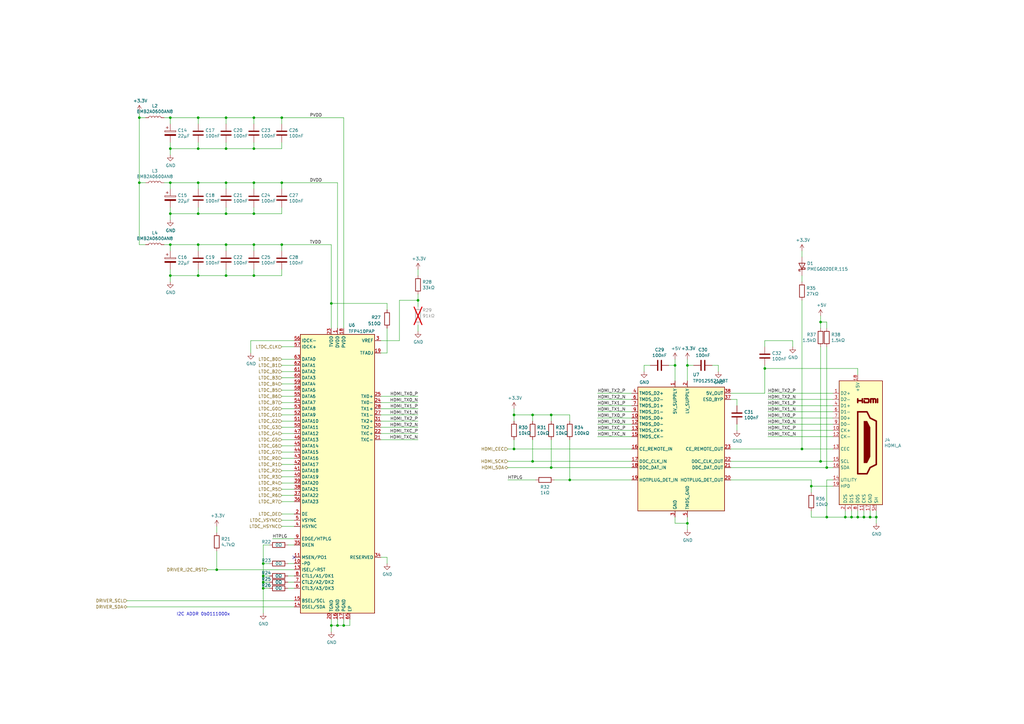
<source format=kicad_sch>
(kicad_sch (version 20230121) (generator eeschema)
  (paper "A3")
  (junction (at 107.95 236.22))
  (junction (at 81.28 87.63))
  (junction (at 218.44 189.23))
  (junction (at 92.71 60.96))
  (junction (at 69.85 113.03))
  (junction (at 226.06 191.77))
  (junction (at 81.28 60.96))
  (junction (at 107.95 238.76))
  (junction (at 135.89 256.54))
  (junction (at 104.14 74.93))
  (junction (at 354.33 212.09))
  (junction (at 339.09 191.77))
  (junction (at 115.57 48.26))
  (junction (at 88.9 233.68))
  (junction (at 107.95 231.14))
  (junction (at 92.71 48.26))
  (junction (at 276.86 149.86))
  (junction (at 171.45 123.19))
  (junction (at 115.57 74.93))
  (junction (at 336.55 132.08))
  (junction (at 210.82 170.18))
  (junction (at 138.43 256.54))
  (junction (at 104.14 113.03))
  (junction (at 281.94 214.63))
  (junction (at 69.85 74.93))
  (junction (at 339.09 212.09))
  (junction (at 336.55 189.23))
  (junction (at 313.69 151.13))
  (junction (at 92.71 87.63))
  (junction (at 69.85 87.63))
  (junction (at 81.28 48.26))
  (junction (at 57.15 74.93))
  (junction (at 104.14 100.33))
  (junction (at 92.71 74.93))
  (junction (at 351.79 212.09))
  (junction (at 69.85 48.26))
  (junction (at 115.57 100.33))
  (junction (at 57.15 48.26))
  (junction (at 92.71 113.03))
  (junction (at 349.25 212.09))
  (junction (at 359.41 212.09))
  (junction (at 210.82 184.15))
  (junction (at 69.85 60.96))
  (junction (at 218.44 170.18))
  (junction (at 281.94 149.86))
  (junction (at 332.74 199.39))
  (junction (at 135.89 124.46))
  (junction (at 81.28 74.93))
  (junction (at 328.93 184.15))
  (junction (at 104.14 60.96))
  (junction (at 92.71 100.33))
  (junction (at 81.28 113.03))
  (junction (at 346.71 212.09))
  (junction (at 356.87 212.09))
  (junction (at 226.06 170.18))
  (junction (at 69.85 100.33))
  (junction (at 104.14 48.26))
  (junction (at 104.14 87.63))
  (junction (at 233.68 196.85))
  (junction (at 81.28 100.33))
  (junction (at 107.95 241.3))
  (junction (at 140.97 256.54))
  (no_connect (at 120.65 228.6))
  (wire (pts (xy 115.57 60.96) (xy 115.57 58.42)))
  (wire (pts (xy 88.9 233.68) (xy 120.65 233.68)))
  (wire (pts (xy 81.28 100.33) (xy 92.71 100.33)))
  (wire (pts (xy 233.68 196.85) (xy 233.68 180.34)))
  (wire (pts (xy 81.28 113.03) (xy 92.71 113.03)))
  (wire (pts (xy 118.11 238.76) (xy 120.65 238.76)))
  (wire (pts (xy 92.71 50.8) (xy 92.71 48.26)))
  (wire (pts (xy 52.07 248.92) (xy 120.65 248.92)))
  (wire (pts (xy 67.31 48.26) (xy 69.85 48.26)))
  (wire (pts (xy 115.57 48.26) (xy 115.57 50.8)))
  (wire (pts (xy 110.49 231.14) (xy 107.95 231.14)))
  (wire (pts (xy 102.87 144.78) (xy 102.87 139.7)))
  (wire (pts (xy 354.33 212.09) (xy 354.33 209.55)))
  (wire (pts (xy 284.48 149.86) (xy 281.94 149.86)))
  (wire (pts (xy 107.95 251.46) (xy 107.95 241.3)))
  (wire (pts (xy 349.25 212.09) (xy 351.79 212.09)))
  (wire (pts (xy 81.28 100.33) (xy 81.28 102.87)))
  (wire (pts (xy 69.85 48.26) (xy 81.28 48.26)))
  (wire (pts (xy 115.57 147.32) (xy 120.65 147.32)))
  (wire (pts (xy 104.14 -11.43) (xy 97.79 -11.43)))
  (wire (pts (xy 81.28 60.96) (xy 92.71 60.96)))
  (wire (pts (xy 328.93 105.41) (xy 328.93 102.87)))
  (wire (pts (xy 115.57 198.12) (xy 120.65 198.12)))
  (wire (pts (xy 276.86 149.86) (xy 276.86 156.21)))
  (wire (pts (xy 245.11 163.83) (xy 259.08 163.83)))
  (wire (pts (xy 104.14 87.63) (xy 115.57 87.63)))
  (wire (pts (xy 336.55 189.23) (xy 299.72 189.23)))
  (wire (pts (xy 158.75 228.6) (xy 158.75 231.14)))
  (wire (pts (xy 171.45 123.19) (xy 171.45 120.65)))
  (wire (pts (xy 57.15 48.26) (xy 59.69 48.26)))
  (wire (pts (xy 115.57 74.93) (xy 115.57 77.47)))
  (wire (pts (xy 218.44 170.18) (xy 210.82 170.18)))
  (wire (pts (xy 276.86 147.32) (xy 276.86 149.86)))
  (wire (pts (xy 57.15 74.93) (xy 57.15 48.26)))
  (wire (pts (xy 332.74 212.09) (xy 339.09 212.09)))
  (wire (pts (xy 81.28 48.26) (xy 81.28 50.8)))
  (wire (pts (xy 156.21 144.78) (xy 158.75 144.78)))
  (wire (pts (xy 81.28 74.93) (xy 81.28 77.47)))
  (wire (pts (xy 107.95 241.3) (xy 107.95 238.76)))
  (wire (pts (xy 69.85 100.33) (xy 81.28 100.33)))
  (wire (pts (xy 111.76 220.98) (xy 120.65 220.98)))
  (wire (pts (xy 92.71 87.63) (xy 104.14 87.63)))
  (wire (pts (xy 69.85 87.63) (xy 81.28 87.63)))
  (wire (pts (xy 138.43 74.93) (xy 138.43 134.62)))
  (wire (pts (xy 332.74 199.39) (xy 332.74 201.93)))
  (wire (pts (xy 227.33 196.85) (xy 233.68 196.85)))
  (wire (pts (xy 135.89 256.54) (xy 135.89 259.08)))
  (wire (pts (xy 107.95 231.14) (xy 107.95 223.52)))
  (wire (pts (xy 158.75 127) (xy 158.75 124.46)))
  (wire (pts (xy 120.65 241.3) (xy 118.11 241.3)))
  (wire (pts (xy 264.16 149.86) (xy 264.16 152.4)))
  (wire (pts (xy 245.11 168.91) (xy 259.08 168.91)))
  (wire (pts (xy 69.85 77.47) (xy 69.85 74.93)))
  (wire (pts (xy 92.71 102.87) (xy 92.71 100.33)))
  (wire (pts (xy 314.96 173.99) (xy 341.63 173.99)))
  (wire (pts (xy 107.95 236.22) (xy 107.95 231.14)))
  (wire (pts (xy 171.45 125.73) (xy 171.45 123.19)))
  (wire (pts (xy 341.63 189.23) (xy 336.55 189.23)))
  (wire (pts (xy 92.71 74.93) (xy 104.14 74.93)))
  (wire (pts (xy 339.09 191.77) (xy 341.63 191.77)))
  (wire (pts (xy 328.93 184.15) (xy 341.63 184.15)))
  (wire (pts (xy 104.14 102.87) (xy 104.14 100.33)))
  (wire (pts (xy 124.46 -11.43) (xy 118.11 -11.43)))
  (wire (pts (xy 163.83 139.7) (xy 156.21 139.7)))
  (wire (pts (xy 339.09 196.85) (xy 339.09 212.09)))
  (wire (pts (xy 210.82 170.18) (xy 210.82 167.64)))
  (wire (pts (xy 276.86 212.09) (xy 276.86 214.63)))
  (wire (pts (xy 314.96 179.07) (xy 341.63 179.07)))
  (wire (pts (xy 115.57 185.42) (xy 120.65 185.42)))
  (wire (pts (xy 140.97 48.26) (xy 115.57 48.26)))
  (wire (pts (xy 67.31 74.93) (xy 69.85 74.93)))
  (wire (pts (xy 336.55 134.62) (xy 336.55 132.08)))
  (wire (pts (xy 81.28 87.63) (xy 92.71 87.63)))
  (wire (pts (xy 351.79 209.55) (xy 351.79 212.09)))
  (wire (pts (xy 341.63 199.39) (xy 332.74 199.39)))
  (wire (pts (xy 135.89 100.33) (xy 115.57 100.33)))
  (wire (pts (xy 138.43 256.54) (xy 140.97 256.54)))
  (wire (pts (xy 292.1 149.86) (xy 294.64 149.86)))
  (wire (pts (xy 218.44 189.23) (xy 218.44 180.34)))
  (wire (pts (xy 140.97 254) (xy 140.97 256.54)))
  (wire (pts (xy 156.21 170.18) (xy 171.45 170.18)))
  (wire (pts (xy 336.55 132.08) (xy 339.09 132.08)))
  (wire (pts (xy 115.57 74.93) (xy 138.43 74.93)))
  (wire (pts (xy 336.55 142.24) (xy 336.55 189.23)))
  (wire (pts (xy 104.14 100.33) (xy 115.57 100.33)))
  (wire (pts (xy 245.11 173.99) (xy 259.08 173.99)))
  (wire (pts (xy 233.68 172.72) (xy 233.68 170.18)))
  (wire (pts (xy 313.69 139.7) (xy 325.12 139.7)))
  (wire (pts (xy 140.97 256.54) (xy 143.51 256.54)))
  (wire (pts (xy 266.7 149.86) (xy 264.16 149.86)))
  (wire (pts (xy 359.41 212.09) (xy 359.41 214.63)))
  (wire (pts (xy 92.71 113.03) (xy 104.14 113.03)))
  (wire (pts (xy 274.32 149.86) (xy 276.86 149.86)))
  (wire (pts (xy 314.96 161.29) (xy 341.63 161.29)))
  (wire (pts (xy 138.43 -15.24) (xy 138.43 -11.43)))
  (wire (pts (xy 92.71 87.63) (xy 92.71 85.09)))
  (wire (pts (xy 118.11 -15.24) (xy 118.11 -11.43)))
  (wire (pts (xy 332.74 196.85) (xy 332.74 199.39)))
  (wire (pts (xy 115.57 162.56) (xy 120.65 162.56)))
  (wire (pts (xy 115.57 187.96) (xy 120.65 187.96)))
  (wire (pts (xy 328.93 123.19) (xy 328.93 184.15)))
  (wire (pts (xy 88.9 218.44) (xy 88.9 215.9)))
  (wire (pts (xy 314.96 163.83) (xy 341.63 163.83)))
  (wire (pts (xy 339.09 212.09) (xy 346.71 212.09)))
  (wire (pts (xy 233.68 170.18) (xy 226.06 170.18)))
  (wire (pts (xy 354.33 212.09) (xy 356.87 212.09)))
  (wire (pts (xy 115.57 152.4) (xy 120.65 152.4)))
  (wire (pts (xy 120.65 236.22) (xy 118.11 236.22)))
  (wire (pts (xy 218.44 172.72) (xy 218.44 170.18)))
  (wire (pts (xy 158.75 124.46) (xy 135.89 124.46)))
  (wire (pts (xy 359.41 212.09) (xy 359.41 209.55)))
  (wire (pts (xy 336.55 132.08) (xy 336.55 129.54)))
  (wire (pts (xy 140.97 134.62) (xy 140.97 48.26)))
  (wire (pts (xy 115.57 213.36) (xy 120.65 213.36)))
  (wire (pts (xy 294.64 149.86) (xy 294.64 152.4)))
  (wire (pts (xy 346.71 209.55) (xy 346.71 212.09)))
  (wire (pts (xy 210.82 184.15) (xy 259.08 184.15)))
  (wire (pts (xy 107.95 238.76) (xy 107.95 236.22)))
  (wire (pts (xy 313.69 142.24) (xy 313.69 139.7)))
  (wire (pts (xy 104.14 50.8) (xy 104.14 48.26)))
  (wire (pts (xy 104.14 87.63) (xy 104.14 85.09)))
  (wire (pts (xy 69.85 74.93) (xy 81.28 74.93)))
  (wire (pts (xy 115.57 193.04) (xy 120.65 193.04)))
  (wire (pts (xy 107.95 223.52) (xy 110.49 223.52)))
  (wire (pts (xy 245.11 176.53) (xy 259.08 176.53)))
  (wire (pts (xy 110.49 238.76) (xy 107.95 238.76)))
  (wire (pts (xy 115.57 203.2) (xy 120.65 203.2)))
  (wire (pts (xy 115.57 190.5) (xy 120.65 190.5)))
  (wire (pts (xy 226.06 191.77) (xy 208.28 191.77)))
  (wire (pts (xy 115.57 172.72) (xy 120.65 172.72)))
  (wire (pts (xy 69.85 60.96) (xy 69.85 63.5)))
  (wire (pts (xy 115.57 100.33) (xy 115.57 102.87)))
  (wire (pts (xy 135.89 256.54) (xy 138.43 256.54)))
  (wire (pts (xy 115.57 157.48) (xy 120.65 157.48)))
  (wire (pts (xy 57.15 100.33) (xy 57.15 74.93)))
  (wire (pts (xy 81.28 74.93) (xy 92.71 74.93)))
  (wire (pts (xy 314.96 168.91) (xy 341.63 168.91)))
  (wire (pts (xy 59.69 100.33) (xy 57.15 100.33)))
  (wire (pts (xy 328.93 184.15) (xy 299.72 184.15)))
  (wire (pts (xy 299.72 191.77) (xy 339.09 191.77)))
  (wire (pts (xy 171.45 123.19) (xy 163.83 123.19)))
  (wire (pts (xy 156.21 172.72) (xy 171.45 172.72)))
  (wire (pts (xy 245.11 166.37) (xy 259.08 166.37)))
  (wire (pts (xy 171.45 113.03) (xy 171.45 110.49)))
  (wire (pts (xy 104.14 113.03) (xy 115.57 113.03)))
  (wire (pts (xy 351.79 212.09) (xy 354.33 212.09)))
  (wire (pts (xy 52.07 246.38) (xy 120.65 246.38)))
  (wire (pts (xy 69.85 87.63) (xy 69.85 90.17)))
  (wire (pts (xy 118.11 231.14) (xy 120.65 231.14)))
  (wire (pts (xy 313.69 161.29) (xy 299.72 161.29)))
  (wire (pts (xy 226.06 191.77) (xy 259.08 191.77)))
  (wire (pts (xy 104.14 113.03) (xy 104.14 110.49)))
  (wire (pts (xy 115.57 87.63) (xy 115.57 85.09)))
  (wire (pts (xy 281.94 149.86) (xy 281.94 156.21)))
  (wire (pts (xy 210.82 184.15) (xy 208.28 184.15)))
  (wire (pts (xy 341.63 196.85) (xy 339.09 196.85)))
  (wire (pts (xy 69.85 50.8) (xy 69.85 48.26)))
  (wire (pts (xy 97.79 -15.24) (xy 97.79 -11.43)))
  (wire (pts (xy 259.08 196.85) (xy 233.68 196.85)))
  (wire (pts (xy 346.71 212.09) (xy 349.25 212.09)))
  (wire (pts (xy 69.85 110.49) (xy 69.85 113.03)))
  (wire (pts (xy 138.43 254) (xy 138.43 256.54)))
  (wire (pts (xy 156.21 167.64) (xy 171.45 167.64)))
  (wire (pts (xy 143.51 256.54) (xy 143.51 254)))
  (wire (pts (xy 135.89 124.46) (xy 135.89 100.33)))
  (wire (pts (xy 144.78 -11.43) (xy 138.43 -11.43)))
  (wire (pts (xy 208.28 189.23) (xy 218.44 189.23)))
  (wire (pts (xy 88.9 226.06) (xy 88.9 233.68)))
  (wire (pts (xy 314.96 166.37) (xy 341.63 166.37)))
  (wire (pts (xy 156.21 165.1) (xy 171.45 165.1)))
  (wire (pts (xy 115.57 154.94) (xy 120.65 154.94)))
  (wire (pts (xy 115.57 175.26) (xy 120.65 175.26)))
  (wire (pts (xy 156.21 180.34) (xy 171.45 180.34)))
  (wire (pts (xy 115.57 165.1) (xy 120.65 165.1)))
  (wire (pts (xy 67.31 100.33) (xy 69.85 100.33)))
  (wire (pts (xy 88.9 233.68) (xy 85.09 233.68)))
  (wire (pts (xy 81.28 85.09) (xy 81.28 87.63)))
  (wire (pts (xy 299.72 163.83) (xy 302.26 163.83)))
  (wire (pts (xy 115.57 210.82) (xy 120.65 210.82)))
  (wire (pts (xy 135.89 254) (xy 135.89 256.54)))
  (wire (pts (xy 156.21 162.56) (xy 171.45 162.56)))
  (wire (pts (xy 57.15 74.93) (xy 59.69 74.93)))
  (wire (pts (xy 115.57 170.18) (xy 120.65 170.18)))
  (wire (pts (xy 313.69 151.13) (xy 351.79 151.13)))
  (wire (pts (xy 339.09 132.08) (xy 339.09 134.62)))
  (wire (pts (xy 92.71 100.33) (xy 104.14 100.33)))
  (wire (pts (xy 219.71 196.85) (xy 208.28 196.85)))
  (wire (pts (xy 92.71 77.47) (xy 92.71 74.93)))
  (wire (pts (xy 92.71 48.26) (xy 104.14 48.26)))
  (wire (pts (xy 259.08 189.23) (xy 218.44 189.23)))
  (wire (pts (xy 81.28 58.42) (xy 81.28 60.96)))
  (wire (pts (xy 120.65 215.9) (xy 115.57 215.9)))
  (wire (pts (xy 171.45 133.35) (xy 171.45 135.89)))
  (wire (pts (xy 69.85 113.03) (xy 81.28 113.03)))
  (wire (pts (xy 118.11 223.52) (xy 120.65 223.52)))
  (wire (pts (xy 57.15 48.26) (xy 57.15 45.72)))
  (wire (pts (xy 313.69 149.86) (xy 313.69 151.13)))
  (wire (pts (xy 115.57 167.64) (xy 120.65 167.64)))
  (wire (pts (xy 69.85 85.09) (xy 69.85 87.63)))
  (wire (pts (xy 81.28 110.49) (xy 81.28 113.03)))
  (wire (pts (xy 69.85 102.87) (xy 69.85 100.33)))
  (wire (pts (xy 281.94 214.63) (xy 281.94 217.17)))
  (wire (pts (xy 104.14 60.96) (xy 115.57 60.96)))
  (wire (pts (xy 245.11 171.45) (xy 259.08 171.45)))
  (wire (pts (xy 110.49 241.3) (xy 107.95 241.3)))
  (wire (pts (xy 210.82 170.18) (xy 210.82 172.72)))
  (wire (pts (xy 299.72 196.85) (xy 332.74 196.85)))
  (wire (pts (xy 115.57 113.03) (xy 115.57 110.49)))
  (wire (pts (xy 356.87 209.55) (xy 356.87 212.09)))
  (wire (pts (xy 104.14 77.47) (xy 104.14 74.93)))
  (wire (pts (xy 115.57 182.88) (xy 120.65 182.88)))
  (wire (pts (xy 302.26 163.83) (xy 302.26 166.37)))
  (wire (pts (xy 81.28 48.26) (xy 92.71 48.26)))
  (wire (pts (xy 115.57 205.74) (xy 120.65 205.74)))
  (wire (pts (xy 156.21 175.26) (xy 171.45 175.26)))
  (wire (pts (xy 314.96 176.53) (xy 341.63 176.53)))
  (wire (pts (xy 314.96 171.45) (xy 341.63 171.45)))
  (wire (pts (xy 156.21 228.6) (xy 158.75 228.6)))
  (wire (pts (xy 135.89 134.62) (xy 135.89 124.46)))
  (wire (pts (xy 226.06 180.34) (xy 226.06 191.77)))
  (wire (pts (xy 104.14 60.96) (xy 104.14 58.42)))
  (wire (pts (xy 339.09 191.77) (xy 339.09 142.24)))
  (wire (pts (xy 69.85 113.03) (xy 69.85 115.57)))
  (wire (pts (xy 276.86 214.63) (xy 281.94 214.63)))
  (wire (pts (xy 115.57 149.86) (xy 120.65 149.86)))
  (wire (pts (xy 332.74 209.55) (xy 332.74 212.09)))
  (wire (pts (xy 69.85 58.42) (xy 69.85 60.96)))
  (wire (pts (xy 115.57 180.34) (xy 120.65 180.34)))
  (wire (pts (xy 92.71 60.96) (xy 104.14 60.96)))
  (wire (pts (xy 210.82 180.34) (xy 210.82 184.15)))
  (wire (pts (xy 281.94 149.86) (xy 281.94 147.32)))
  (wire (pts (xy 245.11 161.29) (xy 259.08 161.29)))
  (wire (pts (xy 163.83 123.19) (xy 163.83 139.7)))
  (wire (pts (xy 356.87 212.09) (xy 359.41 212.09)))
  (wire (pts (xy 69.85 60.96) (xy 81.28 60.96)))
  (wire (pts (xy 115.57 177.8) (xy 120.65 177.8)))
  (wire (pts (xy 302.26 173.99) (xy 302.26 176.53)))
  (wire (pts (xy 156.21 177.8) (xy 171.45 177.8)))
  (wire (pts (xy 115.57 200.66) (xy 120.65 200.66)))
  (wire (pts (xy 349.25 212.09) (xy 349.25 209.55)))
  (wire (pts (xy 245.11 179.07) (xy 259.08 179.07)))
  (wire (pts (xy 115.57 195.58) (xy 120.65 195.58)))
  (wire (pts (xy 158.75 144.78) (xy 158.75 134.62)))
  (wire (pts (xy 325.12 139.7) (xy 325.12 142.24)))
  (wire (pts (xy 92.71 113.03) (xy 92.71 110.49)))
  (wire (pts (xy 313.69 151.13) (xy 313.69 161.29)))
  (wire (pts (xy 226.06 172.72) (xy 226.06 170.18)))
  (wire (pts (xy 328.93 115.57) (xy 328.93 113.03)))
  (wire (pts (xy 115.57 160.02) (xy 120.65 160.02)))
  (wire (pts (xy 351.79 151.13) (xy 351.79 153.67)))
  (wire (pts (xy 226.06 170.18) (xy 218.44 170.18)))
  (wire (pts (xy 281.94 214.63) (xy 281.94 212.09)))
  (wire (pts (xy 104.14 74.93) (xy 115.57 74.93)))
  (wire (pts (xy 102.87 139.7) (xy 120.65 139.7)))
  (wire (pts (xy 110.49 236.22) (xy 107.95 236.22)))
  (wire (pts (xy 104.14 48.26) (xy 115.57 48.26)))
  (wire (pts (xy 92.71 60.96) (xy 92.71 58.42)))
  (wire (pts (xy 120.65 142.24) (xy 115.57 142.24)))
  (text "I2C ADDR 0b0111000x" (at 72.39 252.73 0) (effects (font (size 1.27 1.27)) (justify left bottom)))
  (label "HDMI_TX2_P" (at 171.45 172.72 180))
  (label "HDMI_TX2_P" (at 314.96 161.29 0))
  (label "HDMI_TX2_N" (at 314.96 163.83 0))
  (label "HDMI_TX1_P" (at 314.96 166.37 0))
  (label "DVDD" (at 144.78 -11.43 180))
  (label "TVDD" (at 104.14 -11.43 180))
  (label "DVDD" (at 127 74.93 0))
  (label "HDMI_TX2_N" (at 245.11 163.83 0))
  (label "HDMI_TXC_P" (at 314.96 176.53 0))
  (label "HDMI_TX1_N" (at 245.11 168.91 0))
  (label "HDMI_TX0_P" (at 314.96 171.45 0))
  (label "HDMI_TX2_P" (at 245.11 161.29 0))
  (label "HDMI_TX1_N" (at 314.96 168.91 0))
  (label "HDMI_TX0_P" (at 171.45 162.56 180))
  (label "PVDD" (at 124.46 -11.43 180))
  (label "HDMI_TXC_N" (at 245.11 179.07 0))
  (label "HDMI_TXC_N" (at 171.45 180.34 180))
  (label "HDMI_TX1_P" (at 245.11 166.37 0))
  (label "HTPLG" (at 208.28 196.85 0))
  (label "HDMI_TX0_N" (at 314.96 173.99 0))
  (label "HDMI_TX0_P" (at 245.11 171.45 0))
  (label "HDMI_TX0_N" (at 245.11 173.99 0))
  (label "HDMI_TXC_P" (at 245.11 176.53 0))
  (label "HDMI_TX0_N" (at 171.45 165.1 180))
  (label "PVDD" (at 127 48.26 0))
  (label "HDMI_TXC_N" (at 314.96 179.07 0))
  (label "HDMI_TX1_N" (at 171.45 170.18 180))
  (label "TVDD" (at 127 100.33 0))
  (label "HDMI_TXC_P" (at 171.45 177.8 180))
  (label "HTPLG" (at 111.76 220.98 0))
  (label "HDMI_TX1_P" (at 171.45 167.64 180))
  (label "HDMI_TX2_N" (at 171.45 175.26 180))
  (hierarchical_label "LTDC_R1" (shape input) (at 115.57 190.5 180))
  (hierarchical_label "LTDC_G3" (shape input) (at 115.57 175.26 180))
  (hierarchical_label "DRIVER_SDA" (shape bidirectional) (at 52.07 248.92 180))
  (hierarchical_label "LTDC_R2" (shape input) (at 115.57 193.04 180))
  (hierarchical_label "LTDC_R6" (shape input) (at 115.57 203.2 180))
  (hierarchical_label "LTDC_R3" (shape input) (at 115.57 195.58 180))
  (hierarchical_label "LTDC_B7" (shape input) (at 115.57 165.1 180))
  (hierarchical_label "LTDC_G0" (shape input) (at 115.57 167.64 180))
  (hierarchical_label "LTDC_B5" (shape input) (at 115.57 160.02 180))
  (hierarchical_label "LTDC_R5" (shape input) (at 115.57 200.66 180))
  (hierarchical_label "LTDC_B2" (shape input) (at 115.57 152.4 180))
  (hierarchical_label "LTDC_B6" (shape input) (at 115.57 162.56 180))
  (hierarchical_label "DRIVER_I2C_RST" (shape input) (at 85.09 233.68 180))
  (hierarchical_label "DRIVER_SCL" (shape input) (at 52.07 246.38 180))
  (hierarchical_label "LTDC_HSYNC" (shape input) (at 115.57 215.9 180))
  (hierarchical_label "LTDC_G7" (shape input) (at 115.57 185.42 180))
  (hierarchical_label "LTDC_G6" (shape input) (at 115.57 182.88 180))
  (hierarchical_label "LTDC_R4" (shape input) (at 115.57 198.12 180))
  (hierarchical_label "LTDC_R0" (shape input) (at 115.57 187.96 180))
  (hierarchical_label "LTDC_CLK" (shape input) (at 115.57 142.24 180))
  (hierarchical_label "LTDC_B0" (shape input) (at 115.57 147.32 180))
  (hierarchical_label "LTDC_G5" (shape input) (at 115.57 180.34 180))
  (hierarchical_label "HDMI_SDA" (shape bidirectional) (at 208.28 191.77 180))
  (hierarchical_label "LTDC_B4" (shape input) (at 115.57 157.48 180))
  (hierarchical_label "LTDC_R7" (shape input) (at 115.57 205.74 180))
  (hierarchical_label "LTDC_B1" (shape input) (at 115.57 149.86 180))
  (hierarchical_label "LTDC_G1" (shape input) (at 115.57 170.18 180))
  (hierarchical_label "LTDC_VSYNC" (shape input) (at 115.57 213.36 180))
  (hierarchical_label "LTDC_DE" (shape input) (at 115.57 210.82 180))
  (hierarchical_label "LTDC_B3" (shape input) (at 115.57 154.94 180))
  (hierarchical_label "HDMI_CEC" (shape input) (at 208.28 184.15 180))
  (hierarchical_label "HDMI_SCK" (shape input) (at 208.28 189.23 180))
  (hierarchical_label "LTDC_G2" (shape input) (at 115.57 172.72 180))
  (hierarchical_label "LTDC_G4" (shape input) (at 115.57 177.8 180))
  (symbol (lib_id "power:GND") (at 158.75 231.14 0) (unit 1)
    (property "Reference" "#PWR045" (effects hide))
    (property "Value" "GND" (at 158.877 235.5342 0))
    (instances (project "d1000" (path "" (reference "#PWR045") (unit 1))) (project "video_card" (path "" (reference "#PWR0134") (unit 1))))
  )
  (symbol (lib_id "Connector:HDMI_A") (at 351.79 181.61 0) (unit 1)
    (property "Reference" "J4" (at 362.712 180.4416 0) (effects (justify left)))
    (property "Value" "HDMI_A" (at 362.712 182.753 0) (effects (justify left)))
    (property "Footprint" "Connector_HDMI:HDMI_A_Molex_208658-1001_Horizontal" (effects hide))
    (property "Datasheet" "https://en.wikipedia.org/wiki/HDMI" (effects hide))
    (instances (project "d1000" (path "" (reference "J4") (unit 1))) (project "video_card" (path "" (reference "J9") (unit 1))))
  )
  (symbol (lib_id "power:+3.3V") (at 88.9 215.9 0) (unit 1)
    (property "Reference" "#PWR041" (effects hide))
    (property "Value" "+3.3V" (at 89.281 211.5058 0))
    (instances (project "d1000" (path "" (reference "#PWR041") (unit 1))) (project "video_card" (path "" (reference "#PWR0136") (unit 1))))
  )
  (symbol (lib_id "Device:C") (at 81.28 81.28 0) (unit 1)
    (property "Reference" "C18" (at 84.201 80.1116 0) (effects (justify left)))
    (property "Value" "100nF" (at 84.201 82.423 0) (effects (justify left)))
    (property "Footprint" "Capacitor_SMD:C_0603_1608Metric_Pad1.08x0.95mm_HandSolder" (effects hide))
    (property "Part number" "Generic 0603 X7R  50V 10%" (effects hide))
    (instances (project "d1000" (path "" (reference "C18") (unit 1))) (project "video_card" (path "" (reference "C37") (unit 1))))
  )
  (symbol (lib_id "power:GND") (at 359.41 214.63 0) (unit 1)
    (property "Reference" "#PWR058" (effects hide))
    (property "Value" "GND" (at 359.537 219.0242 0))
    (instances (project "d1000" (path "" (reference "#PWR058") (unit 1))) (project "video_card" (path "" (reference "#PWR0131") (unit 1))))
  )
  (symbol (lib_id "power:GND") (at 102.87 144.78 0) (unit 1)
    (property "Reference" "#PWR042" (effects hide))
    (property "Value" "GND" (at 102.997 149.1742 0))
    (instances (project "d1000" (path "" (reference "#PWR042") (unit 1))) (project "video_card" (path "" (reference "#PWR0139") (unit 1))))
  )
  (symbol (lib_id "Device:L") (at 63.5 48.26 90) (unit 1)
    (property "Reference" "L2" (at 63.5 43.434 90))
    (property "Value" "BMB2A0600AN8" (at 63.5 45.7454 90))
    (property "Footprint" "Inductor_SMD:L_0805_2012Metric_Pad1.05x1.20mm_HandSolder" (effects hide))
  )
  (symbol (lib_id "Device:C") (at 270.51 149.86 270) (unit 1)
    (property "Reference" "C29" (at 270.51 143.4592 90))
    (property "Value" "100nF" (at 270.51 145.7706 90))
    (property "Footprint" "Capacitor_SMD:C_0603_1608Metric_Pad1.08x0.95mm_HandSolder" (effects hide))
    (property "Part number" "Generic 0603 X7R  50V 10%" (effects hide))
    (instances (project "d1000" (path "" (reference "C29") (unit 1))) (project "video_card" (path "" (reference "C48") (unit 1))))
  )
  (symbol (lib_id "power:+3.3V") (at 210.82 167.64 0) (unit 1)
    (property "Reference" "#PWR048" (effects hide))
    (property "Value" "+3.3V" (at 211.201 163.2458 0))
    (instances (project "d1000" (path "" (reference "#PWR048") (unit 1))) (project "video_card" (path "" (reference "#PWR0130") (unit 1))))
  )
  (symbol (lib_id "power:GND") (at 107.95 251.46 0) (unit 1)
    (property "Reference" "#PWR043" (effects hide))
    (property "Value" "GND" (at 108.077 255.8542 0))
    (instances (project "d1000" (path "" (reference "#PWR043") (unit 1))) (project "video_card" (path "" (reference "#PWR0133") (unit 1))))
  )
  (symbol (lib_id "Device:L") (at 63.5 74.93 90) (unit 1)
    (property "Reference" "L3" (at 63.5 70.104 90))
    (property "Value" "BMB2A0600AN8" (at 63.5 72.4154 90))
    (property "Footprint" "Inductor_SMD:L_0805_2012Metric_Pad1.05x1.20mm_HandSolder" (effects hide))
  )
  (symbol (lib_id "power:PWR_FLAG") (at 97.79 -15.24 0) (unit 1)
    (property "Reference" "#FLG04" (effects hide))
    (property "Value" "PWR_FLAG" (at 97.79 -19.05 0))
  )
  (symbol (lib_id "Device:C") (at 81.28 106.68 0) (unit 1)
    (property "Reference" "C19" (at 84.201 105.5116 0) (effects (justify left)))
    (property "Value" "100nF" (at 84.201 107.823 0) (effects (justify left)))
    (property "Footprint" "Capacitor_SMD:C_0603_1608Metric_Pad1.08x0.95mm_HandSolder" (effects hide))
    (property "Part number" "Generic 0603 X7R  50V 10%" (effects hide))
    (instances (project "d1000" (path "" (reference "C19") (unit 1))) (project "video_card" (path "" (reference "C38") (unit 1))))
  )
  (symbol (lib_id "power:PWR_FLAG") (at 118.11 -15.24 0) (unit 1)
    (property "Reference" "#FLG05" (effects hide))
    (property "Value" "PWR_FLAG" (at 118.11 -19.05 0))
  )
  (symbol (lib_id "Device:C") (at 104.14 81.28 0) (unit 1)
    (property "Reference" "C24" (at 107.061 80.1116 0) (effects (justify left)))
    (property "Value" "100nF" (at 107.061 82.423 0) (effects (justify left)))
    (property "Footprint" "Capacitor_SMD:C_0603_1608Metric_Pad1.08x0.95mm_HandSolder" (effects hide))
    (property "Part number" "Generic 0603 X7R  50V 10%" (effects hide))
    (instances (project "d1000" (path "" (reference "C24") (unit 1))) (project "video_card" (path "" (reference "C43") (unit 1))))
  )
  (symbol (lib_id "power:PWR_FLAG") (at 138.43 -15.24 0) (unit 1)
    (property "Reference" "#FLG06" (effects hide))
    (property "Value" "PWR_FLAG" (at 138.43 -19.05 0))
  )
  (symbol (lib_id "Device:D_Schottky") (at 328.93 109.22 90) (unit 1)
    (property "Reference" "D1" (at 330.962 108.0516 90) (effects (justify right)))
    (property "Value" "PMEG6020ER,115" (at 330.962 110.363 90) (effects (justify right)))
    (property "Footprint" "Diode_SMD:D_SOD-123" (effects hide))
    (instances (project "d1000" (path "" (reference "D1") (unit 1))) (project "video_card" (path "" (reference "D5") (unit 1))))
  )
  (symbol (lib_id "power:+3.3V") (at 281.94 147.32 0) (unit 1)
    (property "Reference" "#PWR051" (effects hide))
    (property "Value" "+3.3V" (at 282.321 142.9258 0))
    (instances (project "d1000" (path "" (reference "#PWR051") (unit 1))) (project "video_card" (path "" (reference "#PWR0123") (unit 1))))
  )
  (symbol (lib_id "Device:C_Polarized") (at 69.85 106.68 0) (unit 1)
    (property "Reference" "C16" (at 72.8472 105.5116 0) (effects (justify left)))
    (property "Value" "22µF" (at 72.8472 107.823 0) (effects (justify left)))
    (property "Footprint" "Capacitor_Tantalum_SMD:CP_EIA-3216-10_Kemet-I_Pad1.58x1.35mm_HandSolder" (effects hide))
    (property "Farnell" "1457420" (effects hide))
    (instances (project "d1000" (path "" (reference "C16") (unit 1))) (project "video_card" (path "" (reference "C35") (unit 1))))
  )
  (symbol (lib_id "Device:R") (at 114.3 238.76 270) (unit 1)
    (property "Reference" "R25" (at 109.22 237.49 90))
    (property "Value" "0Ω" (at 114.3 238.76 90))
    (property "Footprint" "Resistor_SMD:R_0603_1608Metric_Pad0.98x0.95mm_HandSolder" (effects hide))
    (instances (project "d1000" (path "" (reference "R25") (unit 1))) (project "video_card" (path "" (reference "R30") (unit 1))))
  )
  (symbol (lib_id "power:GND") (at 294.64 152.4 0) (unit 1)
    (property "Reference" "#PWR053" (effects hide))
    (property "Value" "GND" (at 294.767 156.7942 0))
    (instances (project "d1000" (path "" (reference "#PWR053") (unit 1))) (project "video_card" (path "" (reference "#PWR0125") (unit 1))))
  )
  (symbol (lib_id "Device:R") (at 233.68 176.53 0) (unit 1)
    (property "Reference" "R34" (at 235.458 175.3616 0) (effects (justify left)))
    (property "Value" "100kΩ" (at 235.458 177.673 0) (effects (justify left)))
    (property "Footprint" "Resistor_SMD:R_0603_1608Metric_Pad0.98x0.95mm_HandSolder" (effects hide))
    (instances (project "d1000" (path "" (reference "R34") (unit 1))) (project "video_card" (path "" (reference "R38") (unit 1))))
  )
  (symbol (lib_id "Device:R") (at 114.3 223.52 270) (unit 1)
    (property "Reference" "R22" (at 109.22 222.25 90))
    (property "Value" "0Ω" (at 114.3 223.52 90))
    (property "Footprint" "Resistor_SMD:R_0603_1608Metric_Pad0.98x0.95mm_HandSolder" (effects hide))
    (instances (project "d1000" (path "" (reference "R22") (unit 1))) (project "video_card" (path "" (reference "R27") (unit 1))))
  )
  (symbol (lib_id "Device:R") (at 226.06 176.53 0) (unit 1)
    (property "Reference" "R33" (at 227.838 175.3616 0) (effects (justify left)))
    (property "Value" "10kΩ" (at 227.838 177.673 0) (effects (justify left)))
    (property "Footprint" "Resistor_SMD:R_0603_1608Metric_Pad0.98x0.95mm_HandSolder" (effects hide))
    (instances (project "d1000" (path "" (reference "R33") (unit 1))) (project "video_card" (path "" (reference "R37") (unit 1))))
  )
  (symbol (lib_id "power:+5V") (at 276.86 147.32 0) (unit 1)
    (property "Reference" "#PWR050" (effects hide))
    (property "Value" "+5V" (at 277.241 142.9258 0))
    (instances (project "d1000" (path "" (reference "#PWR050") (unit 1))) (project "video_card" (path "" (reference "#PWR0122") (unit 1))))
  )
  (symbol (lib_id "power:+3.3V") (at 328.93 102.87 0) (unit 1)
    (property "Reference" "#PWR056" (effects hide))
    (property "Value" "+3.3V" (at 329.311 98.4758 0))
    (instances (project "d1000" (path "" (reference "#PWR056") (unit 1))) (project "video_card" (path "" (reference "#PWR0126") (unit 1))))
  )
  (symbol (lib_id "Device:R") (at 171.45 116.84 0) (unit 1)
    (property "Reference" "R28" (at 173.228 115.6716 0) (effects (justify left)))
    (property "Value" "33kΩ" (at 173.228 117.983 0) (effects (justify left)))
    (property "Footprint" "Resistor_SMD:R_0603_1608Metric_Pad0.98x0.95mm_HandSolder" (effects hide))
    (instances (project "d1000" (path "" (reference "R28") (unit 1))) (project "video_card" (path "" (reference "R32") (unit 1))))
  )
  (symbol (lib_id "Device:R") (at 339.09 138.43 0) (unit 1)
    (property "Reference" "R38" (at 340.868 137.2616 0) (effects (justify left)))
    (property "Value" "1.5kΩ" (at 340.868 139.573 0) (effects (justify left)))
    (property "Footprint" "Resistor_SMD:R_0603_1608Metric_Pad0.98x0.95mm_HandSolder" (effects hide))
    (instances (project "d1000" (path "" (reference "R38") (unit 1))) (project "video_card" (path "" (reference "R42") (unit 1))))
  )
  (symbol (lib_id "Device:R") (at 114.3 241.3 270) (unit 1)
    (property "Reference" "R26" (at 109.22 240.03 90))
    (property "Value" "0Ω" (at 114.3 241.3 90))
    (property "Footprint" "Resistor_SMD:R_0603_1608Metric_Pad0.98x0.95mm_HandSolder" (effects hide))
    (instances (project "d1000" (path "" (reference "R26") (unit 1))) (project "video_card" (path "" (reference "R31") (unit 1))))
  )
  (symbol (lib_id "Device:C") (at 104.14 54.61 0) (unit 1)
    (property "Reference" "C23" (at 107.061 53.4416 0) (effects (justify left)))
    (property "Value" "100nF" (at 107.061 55.753 0) (effects (justify left)))
    (property "Footprint" "Capacitor_SMD:C_0603_1608Metric_Pad1.08x0.95mm_HandSolder" (effects hide))
    (property "Part number" "Generic 0603 X7R  50V 10%" (effects hide))
    (instances (project "d1000" (path "" (reference "C23") (unit 1))) (project "video_card" (path "" (reference "C42") (unit 1))))
  )
  (symbol (lib_id "Device:R") (at 210.82 176.53 0) (unit 1)
    (property "Reference" "R30" (at 212.598 175.3616 0) (effects (justify left)))
    (property "Value" "10kΩ" (at 212.598 177.673 0) (effects (justify left)))
    (property "Footprint" "Resistor_SMD:R_0603_1608Metric_Pad0.98x0.95mm_HandSolder" (effects hide))
    (instances (project "d1000" (path "" (reference "R30") (unit 1))) (project "video_card" (path "" (reference "R34") (unit 1))))
  )
  (symbol (lib_id "Device:R") (at 88.9 222.25 0) (unit 1)
    (property "Reference" "R21" (at 90.678 221.0816 0) (effects (justify left)))
    (property "Value" "4.7kΩ" (at 90.678 223.393 0) (effects (justify left)))
    (property "Footprint" "Resistor_SMD:R_0603_1608Metric_Pad0.98x0.95mm_HandSolder" (effects hide))
    (instances (project "d1000" (path "" (reference "R21") (unit 1))) (project "video_card" (path "" (reference "R26") (unit 1))))
  )
  (symbol (lib_id "Device:C") (at 92.71 54.61 0) (unit 1)
    (property "Reference" "C20" (at 95.631 53.4416 0) (effects (justify left)))
    (property "Value" "100nF" (at 95.631 55.753 0) (effects (justify left)))
    (property "Footprint" "Capacitor_SMD:C_0603_1608Metric_Pad1.08x0.95mm_HandSolder" (effects hide))
    (property "Part number" "Generic 0603 X7R  50V 10%" (effects hide))
    (instances (project "d1000" (path "" (reference "C20") (unit 1))) (project "video_card" (path "" (reference "C39") (unit 1))))
  )
  (symbol (lib_id "Device:R") (at 223.52 196.85 270) (unit 1)
    (property "Reference" "R32" (at 223.52 199.771 90))
    (property "Value" "1kΩ" (at 223.52 202.0824 90))
    (property "Footprint" "Resistor_SMD:R_0603_1608Metric_Pad0.98x0.95mm_HandSolder" (effects hide))
    (instances (project "d1000" (path "" (reference "R32") (unit 1))) (project "video_card" (path "" (reference "R36") (unit 1))))
  )
  (symbol (lib_id "Device:C") (at 81.28 54.61 0) (unit 1)
    (property "Reference" "C17" (at 84.201 53.4416 0) (effects (justify left)))
    (property "Value" "100nF" (at 84.201 55.753 0) (effects (justify left)))
    (property "Footprint" "Capacitor_SMD:C_0603_1608Metric_Pad1.08x0.95mm_HandSolder" (effects hide))
    (property "Part number" "Generic 0603 X7R  50V 10%" (effects hide))
    (instances (project "d1000" (path "" (reference "C17") (unit 1))) (project "video_card" (path "" (reference "C36") (unit 1))))
  )
  (symbol (lib_id "Device:C") (at 115.57 106.68 0) (unit 1)
    (property "Reference" "C28" (at 118.491 105.5116 0) (effects (justify left)))
    (property "Value" "100nF" (at 118.491 107.823 0) (effects (justify left)))
    (property "Footprint" "Capacitor_SMD:C_0603_1608Metric_Pad1.08x0.95mm_HandSolder" (effects hide))
    (property "Part number" "Generic 0603 X7R  50V 10%" (effects hide))
    (instances (project "d1000" (path "" (reference "C28") (unit 1))) (project "video_card" (path "" (reference "C47") (unit 1))))
  )
  (symbol (lib_id "power:+3.3V") (at 57.15 45.72 0) (unit 1)
    (property "Reference" "#PWR036" (effects hide))
    (property "Value" "+3.3V" (at 57.531 41.3258 0))
    (instances (project "d1000" (path "" (reference "#PWR036") (unit 1))) (project "video_card" (path "" (reference "#PWR0118") (unit 1))))
  )
  (symbol (lib_id "Device:R") (at 218.44 176.53 0) (unit 1)
    (property "Reference" "R31" (at 220.218 175.3616 0) (effects (justify left)))
    (property "Value" "10kΩ" (at 220.218 177.673 0) (effects (justify left)))
    (property "Footprint" "Resistor_SMD:R_0603_1608Metric_Pad0.98x0.95mm_HandSolder" (effects hide))
    (instances (project "d1000" (path "" (reference "R31") (unit 1))) (project "video_card" (path "" (reference "R35") (unit 1))))
  )
  (symbol (lib_id "extras:TPD12S521DBT") (at 279.4 184.15 0) (unit 1)
    (property "Reference" "U7" (at 284.1341 153.67 0) (effects (justify left)))
    (property "Value" "TPD12S521DBT" (at 284.1341 156.21 0) (effects (justify left)))
    (property "Footprint" "Package_SO:TSSOP-38_4.4x9.7mm_P0.5mm" (effects hide))
    (property "Datasheet" "http://www.ti.com/lit/ds/symlink/tpd12s520.pdf" (effects hide))
    (instances (project "d1000" (path "" (reference "U7") (unit 1))) (project "video_card" (path "" (reference "U10") (unit 1))))
  )
  (symbol (lib_id "Device:C") (at 288.29 149.86 270) (unit 1)
    (property "Reference" "C30" (at 288.29 143.4592 90))
    (property "Value" "100nF" (at 288.29 145.7706 90))
    (property "Footprint" "Capacitor_SMD:C_0603_1608Metric_Pad1.08x0.95mm_HandSolder" (effects hide))
    (property "Part number" "Generic 0603 X7R  50V 10%" (effects hide))
    (instances (project "d1000" (path "" (reference "C30") (unit 1))) (project "video_card" (path "" (reference "C49") (unit 1))))
  )
  (symbol (lib_id "Device:C_Polarized") (at 69.85 81.28 0) (unit 1)
    (property "Reference" "C15" (at 72.8472 80.1116 0) (effects (justify left)))
    (property "Value" "22µF" (at 72.8472 82.423 0) (effects (justify left)))
    (property "Footprint" "Capacitor_Tantalum_SMD:CP_EIA-3216-10_Kemet-I_Pad1.58x1.35mm_HandSolder" (effects hide))
    (property "Farnell" "1457420" (effects hide))
    (instances (project "d1000" (path "" (reference "C15") (unit 1))) (project "video_card" (path "" (reference "C34") (unit 1))))
  )
  (symbol (lib_id "Device:R") (at 114.3 231.14 270) (unit 1)
    (property "Reference" "R23" (at 109.22 229.87 90))
    (property "Value" "0Ω" (at 114.3 231.14 90))
    (property "Footprint" "Resistor_SMD:R_0603_1608Metric_Pad0.98x0.95mm_HandSolder" (effects hide))
    (instances (project "d1000" (path "" (reference "R23") (unit 1))) (project "video_card" (path "" (reference "R28") (unit 1))))
  )
  (symbol (lib_id "power:GND") (at 264.16 152.4 0) (unit 1)
    (property "Reference" "#PWR049" (effects hide))
    (property "Value" "GND" (at 264.287 156.7942 0))
    (instances (project "d1000" (path "" (reference "#PWR049") (unit 1))) (project "video_card" (path "" (reference "#PWR0129") (unit 1))))
  )
  (symbol (lib_id "Device:C") (at 313.69 146.05 0) (unit 1)
    (property "Reference" "C32" (at 316.611 144.8816 0) (effects (justify left)))
    (property "Value" "100nF" (at 316.611 147.193 0) (effects (justify left)))
    (property "Footprint" "Capacitor_SMD:C_0603_1608Metric_Pad1.08x0.95mm_HandSolder" (effects hide))
    (property "Part number" "Generic 0603 X7R  50V 10%" (effects hide))
    (instances (project "d1000" (path "" (reference "C32") (unit 1))) (project "video_card" (path "" (reference "C50") (unit 1))))
  )
  (symbol (lib_id "power:GND") (at 135.89 259.08 0) (unit 1)
    (property "Reference" "#PWR044" (effects hide))
    (property "Value" "GND" (at 136.017 263.4742 0))
    (instances (project "d1000" (path "" (reference "#PWR044") (unit 1))) (project "video_card" (path "" (reference "#PWR0135") (unit 1))))
  )
  (symbol (lib_id "Device:R") (at 171.45 129.54 0) (unit 1) (dnp yes)
    (property "Reference" "R29" (at 173.228 127.2286 0) (effects (justify left)))
    (property "Value" "91kΩ" (at 173.228 129.54 0) (effects (justify left)))
    (property "Footprint" "Resistor_SMD:R_0603_1608Metric_Pad0.98x0.95mm_HandSolder" (effects hide))
    (instances (project "d1000" (path "" (reference "R29") (unit 1))) (project "video_card" (path "" (reference "R33") (unit 1))))
  )
  (symbol (lib_id "power:+3.3V") (at 171.45 110.49 0) (unit 1)
    (property "Reference" "#PWR046" (effects hide))
    (property "Value" "+3.3V" (at 171.831 106.0958 0))
    (instances (project "d1000" (path "" (reference "#PWR046") (unit 1))) (project "video_card" (path "" (reference "#PWR0138") (unit 1))))
  )
  (symbol (lib_id "power:GND") (at 69.85 63.5 0) (unit 1)
    (property "Reference" "#PWR038" (effects hide))
    (property "Value" "GND" (at 69.977 67.8942 0))
    (instances (project "d1000" (path "" (reference "#PWR038") (unit 1))) (project "video_card" (path "" (reference "#PWR0119") (unit 1))))
  )
  (symbol (lib_id "power:GND") (at 325.12 142.24 0) (unit 1)
    (property "Reference" "#PWR055" (effects hide))
    (property "Value" "GND" (at 325.247 146.6342 0))
    (instances (project "d1000" (path "" (reference "#PWR055") (unit 1))) (project "video_card" (path "" (reference "#PWR0128") (unit 1))))
  )
  (symbol (lib_id "power:+5V") (at 336.55 129.54 0) (unit 1)
    (property "Reference" "#PWR057" (effects hide))
    (property "Value" "+5V" (at 336.931 125.1458 0))
    (instances (project "d1000" (path "" (reference "#PWR057") (unit 1))) (project "video_card" (path "" (reference "#PWR0127") (unit 1))))
  )
  (symbol (lib_id "Device:C") (at 115.57 81.28 0) (unit 1)
    (property "Reference" "C27" (at 118.491 80.1116 0) (effects (justify left)))
    (property "Value" "100nF" (at 118.491 82.423 0) (effects (justify left)))
    (property "Footprint" "Capacitor_SMD:C_0603_1608Metric_Pad1.08x0.95mm_HandSolder" (effects hide))
    (property "Part number" "Generic 0603 X7R  50V 10%" (effects hide))
    (instances (project "d1000" (path "" (reference "C27") (unit 1))) (project "video_card" (path "" (reference "C46") (unit 1))))
  )
  (symbol (lib_id "Device:R") (at 332.74 205.74 0) (unit 1)
    (property "Reference" "R36" (at 334.518 204.5716 0) (effects (justify left)))
    (property "Value" "10kΩ" (at 334.518 206.883 0) (effects (justify left)))
    (property "Footprint" "Resistor_SMD:R_0603_1608Metric_Pad0.98x0.95mm_HandSolder" (effects hide))
    (instances (project "d1000" (path "" (reference "R36") (unit 1))) (project "video_card" (path "" (reference "R40") (unit 1))))
  )
  (symbol (lib_id "power:GND") (at 69.85 115.57 0) (unit 1)
    (property "Reference" "#PWR040" (effects hide))
    (property "Value" "GND" (at 69.977 119.9642 0))
    (instances (project "d1000" (path "" (reference "#PWR040") (unit 1))) (project "video_card" (path "" (reference "#PWR0121") (unit 1))))
  )
  (symbol (lib_id "Device:C") (at 104.14 106.68 0) (unit 1)
    (property "Reference" "C25" (at 107.061 105.5116 0) (effects (justify left)))
    (property "Value" "100nF" (at 107.061 107.823 0) (effects (justify left)))
    (property "Footprint" "Capacitor_SMD:C_0603_1608Metric_Pad1.08x0.95mm_HandSolder" (effects hide))
    (property "Part number" "Generic 0603 X7R  50V 10%" (effects hide))
    (instances (project "d1000" (path "" (reference "C25") (unit 1))) (project "video_card" (path "" (reference "C44") (unit 1))))
  )
  (symbol (lib_id "power:GND") (at 69.85 90.17 0) (unit 1)
    (property "Reference" "#PWR039" (effects hide))
    (property "Value" "GND" (at 69.977 94.5642 0))
    (instances (project "d1000" (path "" (reference "#PWR039") (unit 1))) (project "video_card" (path "" (reference "#PWR0120") (unit 1))))
  )
  (symbol (lib_id "Device:R") (at 336.55 138.43 0) (unit 1)
    (property "Reference" "R37" (at 334.772 137.2616 0) (effects (justify right)))
    (property "Value" "1.5kΩ" (at 334.772 139.573 0) (effects (justify right)))
    (property "Footprint" "Resistor_SMD:R_0603_1608Metric_Pad0.98x0.95mm_HandSolder" (effects hide))
    (instances (project "d1000" (path "" (reference "R37") (unit 1))) (project "video_card" (path "" (reference "R41") (unit 1))))
  )
  (symbol (lib_id "Device:R") (at 158.75 130.81 0) (unit 1)
    (property "Reference" "R27" (at 156.21 130.175 0) (effects (justify right)))
    (property "Value" "510Ω" (at 156.21 132.715 0) (effects (justify right)))
    (property "Footprint" "Resistor_SMD:R_0603_1608Metric_Pad0.98x0.95mm_HandSolder" (effects hide))
    (instances (project "d1000" (path "" (reference "R27") (unit 1))) (project "video_card" (path "" (reference "R43") (unit 1))))
  )
  (symbol (lib_id "Video:TFP410PAP") (at 138.43 193.04 0) (unit 1)
    (property "Reference" "U6" (at 142.9259 133.35 0) (effects (justify left)))
    (property "Value" "TFP410PAP" (at 142.9259 135.89 0) (effects (justify left)))
    (property "Footprint" "extras:QFP-64_10x10_P0.5mm-1EP8x8-Mask5x5" (effects hide))
    (property "Datasheet" "http://www.ti.com/lit/ds/symlink/tfp410.pdf" (effects hide))
    (instances (project "d1000" (path "" (reference "U6") (unit 1))) (project "video_card" (path "" (reference "U9") (unit 1))))
  )
  (symbol (lib_id "Device:C") (at 115.57 54.61 0) (unit 1)
    (property "Reference" "C26" (at 118.491 53.4416 0) (effects (justify left)))
    (property "Value" "100nF" (at 118.491 55.753 0) (effects (justify left)))
    (property "Footprint" "Capacitor_SMD:C_0603_1608Metric_Pad1.08x0.95mm_HandSolder" (effects hide))
    (property "Part number" "Generic 0603 X7R  50V 10%" (effects hide))
    (instances (project "d1000" (path "" (reference "C26") (unit 1))) (project "video_card" (path "" (reference "C45") (unit 1))))
  )
  (symbol (lib_id "power:GND") (at 171.45 135.89 0) (unit 1)
    (property "Reference" "#PWR047" (effects hide))
    (property "Value" "GND" (at 171.577 140.2842 0))
    (instances (project "d1000" (path "" (reference "#PWR047") (unit 1))) (project "video_card" (path "" (reference "#PWR0132") (unit 1))))
  )
  (symbol (lib_id "Device:C") (at 302.26 170.18 0) (unit 1)
    (property "Reference" "C31" (at 305.181 169.0116 0) (effects (justify left)))
    (property "Value" "100nF" (at 305.181 171.323 0) (effects (justify left)))
    (property "Footprint" "Capacitor_SMD:C_0603_1608Metric_Pad1.08x0.95mm_HandSolder" (effects hide))
    (property "Part number" "Generic 0603 X7R  50V 10%" (effects hide))
    (instances (project "d1000" (path "" (reference "C31") (unit 1))) (project "video_card" (path "" (reference "C51") (unit 1))))
  )
  (symbol (lib_id "power:GND") (at 302.26 176.53 0) (unit 1)
    (property "Reference" "#PWR054" (effects hide))
    (property "Value" "GND" (at 302.387 180.9242 0))
    (instances (project "d1000" (path "" (reference "#PWR054") (unit 1))) (project "video_card" (path "" (reference "#PWR044") (unit 1))))
  )
  (symbol (lib_id "Device:R") (at 114.3 236.22 270) (unit 1)
    (property "Reference" "R24" (at 109.22 234.95 90))
    (property "Value" "0Ω" (at 114.3 236.22 90))
    (property "Footprint" "Resistor_SMD:R_0603_1608Metric_Pad0.98x0.95mm_HandSolder" (effects hide))
    (instances (project "d1000" (path "" (reference "R24") (unit 1))) (project "video_card" (path "" (reference "R29") (unit 1))))
  )
  (symbol (lib_id "Device:R") (at 328.93 119.38 0) (unit 1)
    (property "Reference" "R35" (at 330.708 118.2116 0) (effects (justify left)))
    (property "Value" "27kΩ" (at 330.708 120.523 0) (effects (justify left)))
    (property "Footprint" "Resistor_SMD:R_0603_1608Metric_Pad0.98x0.95mm_HandSolder" (effects hide))
    (instances (project "d1000" (path "" (reference "R35") (unit 1))) (project "video_card" (path "" (reference "R39") (unit 1))))
  )
  (symbol (lib_id "power:GND") (at 281.94 217.17 0) (unit 1)
    (property "Reference" "#PWR052" (effects hide))
    (property "Value" "GND" (at 282.067 221.5642 0))
    (instances (project "d1000" (path "" (reference "#PWR052") (unit 1))) (project "video_card" (path "" (reference "#PWR0124") (unit 1))))
  )
  (symbol (lib_id "Device:C") (at 92.71 106.68 0) (unit 1)
    (property "Reference" "C22" (at 95.631 105.5116 0) (effects (justify left)))
    (property "Value" "100nF" (at 95.631 107.823 0) (effects (justify left)))
    (property "Footprint" "Capacitor_SMD:C_0603_1608Metric_Pad1.08x0.95mm_HandSolder" (effects hide))
    (property "Part number" "Generic 0603 X7R  50V 10%" (effects hide))
    (instances (project "d1000" (path "" (reference "C22") (unit 1))) (project "video_card" (path "" (reference "C41") (unit 1))))
  )
  (symbol (lib_id "Device:C") (at 92.71 81.28 0) (unit 1)
    (property "Reference" "C21" (at 95.631 80.1116 0) (effects (justify left)))
    (property "Value" "100nF" (at 95.631 82.423 0) (effects (justify left)))
    (property "Footprint" "Capacitor_SMD:C_0603_1608Metric_Pad1.08x0.95mm_HandSolder" (effects hide))
    (property "Part number" "Generic 0603 X7R  50V 10%" (effects hide))
    (instances (project "d1000" (path "" (reference "C21") (unit 1))) (project "video_card" (path "" (reference "C40") (unit 1))))
  )
  (symbol (lib_id "Device:C_Polarized") (at 69.85 54.61 0) (unit 1)
    (property "Reference" "C14" (at 72.8472 53.4416 0) (effects (justify left)))
    (property "Value" "22µF" (at 72.8472 55.753 0) (effects (justify left)))
    (property "Footprint" "Capacitor_Tantalum_SMD:CP_EIA-3216-10_Kemet-I_Pad1.58x1.35mm_HandSolder" (effects hide))
    (property "Farnell" "1457420" (effects hide))
    (instances (project "d1000" (path "" (reference "C14") (unit 1))) (project "video_card" (path "" (reference "C33") (unit 1))))
  )
  (symbol (lib_id "Device:L") (at 63.5 100.33 90) (unit 1)
    (property "Reference" "L4" (at 63.5 95.504 90))
    (property "Value" "BMB2A0600AN8" (at 63.5 97.8154 90))
    (property "Footprint" "Inductor_SMD:L_0805_2012Metric_Pad1.05x1.20mm_HandSolder" (effects hide))
  )
)
</source>
